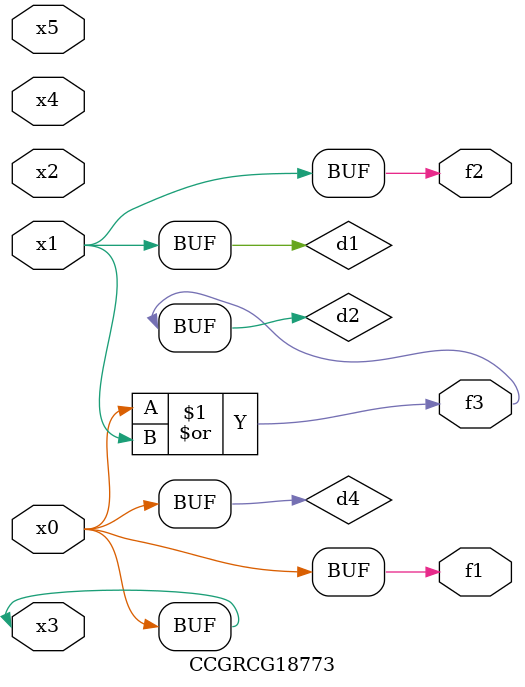
<source format=v>
module CCGRCG18773(
	input x0, x1, x2, x3, x4, x5,
	output f1, f2, f3
);

	wire d1, d2, d3, d4;

	and (d1, x1);
	or (d2, x0, x1);
	nand (d3, x0, x5);
	buf (d4, x0, x3);
	assign f1 = d4;
	assign f2 = d1;
	assign f3 = d2;
endmodule

</source>
